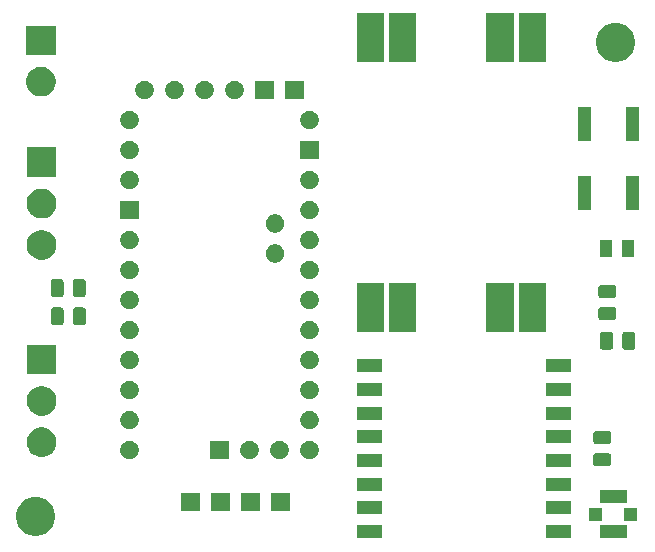
<source format=gts>
G04 #@! TF.GenerationSoftware,KiCad,Pcbnew,5.1.4-e60b266~84~ubuntu18.04.1*
G04 #@! TF.CreationDate,2019-11-10T18:42:59+01:00*
G04 #@! TF.ProjectId,LoRaModule,4c6f5261-4d6f-4647-956c-652e6b696361,rev?*
G04 #@! TF.SameCoordinates,Original*
G04 #@! TF.FileFunction,Soldermask,Top*
G04 #@! TF.FilePolarity,Negative*
%FSLAX46Y46*%
G04 Gerber Fmt 4.6, Leading zero omitted, Abs format (unit mm)*
G04 Created by KiCad (PCBNEW 5.1.4-e60b266~84~ubuntu18.04.1) date 2019-11-10 18:42:59*
%MOMM*%
%LPD*%
G04 APERTURE LIST*
%ADD10C,0.100000*%
G04 APERTURE END LIST*
D10*
G36*
X139517500Y-74441000D02*
G01*
X137215500Y-74441000D01*
X137215500Y-73289000D01*
X139517500Y-73289000D01*
X139517500Y-74441000D01*
X139517500Y-74441000D01*
G37*
G36*
X134781000Y-74403800D02*
G01*
X132679000Y-74403800D01*
X132679000Y-73301800D01*
X134781000Y-73301800D01*
X134781000Y-74403800D01*
X134781000Y-74403800D01*
G37*
G36*
X118781000Y-74403800D02*
G01*
X116679000Y-74403800D01*
X116679000Y-73301800D01*
X118781000Y-73301800D01*
X118781000Y-74403800D01*
X118781000Y-74403800D01*
G37*
G36*
X89846756Y-70971798D02*
G01*
X89953079Y-70992947D01*
X90253542Y-71117403D01*
X90523951Y-71298085D01*
X90753915Y-71528049D01*
X90753916Y-71528051D01*
X90934598Y-71798460D01*
X91059053Y-72098922D01*
X91119698Y-72403800D01*
X91122500Y-72417891D01*
X91122500Y-72743109D01*
X91059053Y-73062079D01*
X90934597Y-73362542D01*
X90753915Y-73632951D01*
X90523951Y-73862915D01*
X90253542Y-74043597D01*
X89953079Y-74168053D01*
X89846756Y-74189202D01*
X89634111Y-74231500D01*
X89308889Y-74231500D01*
X89096244Y-74189202D01*
X88989921Y-74168053D01*
X88689458Y-74043597D01*
X88419049Y-73862915D01*
X88189085Y-73632951D01*
X88008403Y-73362542D01*
X87883947Y-73062079D01*
X87820500Y-72743109D01*
X87820500Y-72417891D01*
X87823303Y-72403800D01*
X87883947Y-72098922D01*
X88008402Y-71798460D01*
X88189084Y-71528051D01*
X88189085Y-71528049D01*
X88419049Y-71298085D01*
X88689458Y-71117403D01*
X88989921Y-70992947D01*
X89096244Y-70971798D01*
X89308889Y-70929500D01*
X89634111Y-70929500D01*
X89846756Y-70971798D01*
X89846756Y-70971798D01*
G37*
G36*
X140417500Y-72941000D02*
G01*
X139315500Y-72941000D01*
X139315500Y-71839000D01*
X140417500Y-71839000D01*
X140417500Y-72941000D01*
X140417500Y-72941000D01*
G37*
G36*
X137417500Y-72941000D02*
G01*
X136315500Y-72941000D01*
X136315500Y-71839000D01*
X137417500Y-71839000D01*
X137417500Y-72941000D01*
X137417500Y-72941000D01*
G37*
G36*
X134781000Y-72403800D02*
G01*
X132679000Y-72403800D01*
X132679000Y-71301800D01*
X134781000Y-71301800D01*
X134781000Y-72403800D01*
X134781000Y-72403800D01*
G37*
G36*
X118781000Y-72403800D02*
G01*
X116679000Y-72403800D01*
X116679000Y-71301800D01*
X118781000Y-71301800D01*
X118781000Y-72403800D01*
X118781000Y-72403800D01*
G37*
G36*
X110986200Y-72175000D02*
G01*
X109384200Y-72175000D01*
X109384200Y-70573000D01*
X110986200Y-70573000D01*
X110986200Y-72175000D01*
X110986200Y-72175000D01*
G37*
G36*
X108471600Y-72175000D02*
G01*
X106869600Y-72175000D01*
X106869600Y-70573000D01*
X108471600Y-70573000D01*
X108471600Y-72175000D01*
X108471600Y-72175000D01*
G37*
G36*
X103391600Y-72175000D02*
G01*
X101789600Y-72175000D01*
X101789600Y-70573000D01*
X103391600Y-70573000D01*
X103391600Y-72175000D01*
X103391600Y-72175000D01*
G37*
G36*
X105931600Y-72175000D02*
G01*
X104329600Y-72175000D01*
X104329600Y-70573000D01*
X105931600Y-70573000D01*
X105931600Y-72175000D01*
X105931600Y-72175000D01*
G37*
G36*
X139517500Y-71491000D02*
G01*
X137215500Y-71491000D01*
X137215500Y-70339000D01*
X139517500Y-70339000D01*
X139517500Y-71491000D01*
X139517500Y-71491000D01*
G37*
G36*
X134781000Y-70403800D02*
G01*
X132679000Y-70403800D01*
X132679000Y-69301800D01*
X134781000Y-69301800D01*
X134781000Y-70403800D01*
X134781000Y-70403800D01*
G37*
G36*
X118781000Y-70403800D02*
G01*
X116679000Y-70403800D01*
X116679000Y-69301800D01*
X118781000Y-69301800D01*
X118781000Y-70403800D01*
X118781000Y-70403800D01*
G37*
G36*
X134781000Y-68403800D02*
G01*
X132679000Y-68403800D01*
X132679000Y-67301800D01*
X134781000Y-67301800D01*
X134781000Y-68403800D01*
X134781000Y-68403800D01*
G37*
G36*
X118781000Y-68403800D02*
G01*
X116679000Y-68403800D01*
X116679000Y-67301800D01*
X118781000Y-67301800D01*
X118781000Y-68403800D01*
X118781000Y-68403800D01*
G37*
G36*
X138023868Y-67256365D02*
G01*
X138062538Y-67268096D01*
X138098177Y-67287146D01*
X138129417Y-67312783D01*
X138155054Y-67344023D01*
X138174104Y-67379662D01*
X138185835Y-67418332D01*
X138190400Y-67464688D01*
X138190400Y-68115912D01*
X138185835Y-68162268D01*
X138174104Y-68200938D01*
X138155054Y-68236577D01*
X138129417Y-68267817D01*
X138098177Y-68293454D01*
X138062538Y-68312504D01*
X138023868Y-68324235D01*
X137977512Y-68328800D01*
X136901288Y-68328800D01*
X136854932Y-68324235D01*
X136816262Y-68312504D01*
X136780623Y-68293454D01*
X136749383Y-68267817D01*
X136723746Y-68236577D01*
X136704696Y-68200938D01*
X136692965Y-68162268D01*
X136688400Y-68115912D01*
X136688400Y-67464688D01*
X136692965Y-67418332D01*
X136704696Y-67379662D01*
X136723746Y-67344023D01*
X136749383Y-67312783D01*
X136780623Y-67287146D01*
X136816262Y-67268096D01*
X136854932Y-67256365D01*
X136901288Y-67251800D01*
X137977512Y-67251800D01*
X138023868Y-67256365D01*
X138023868Y-67256365D01*
G37*
G36*
X107798048Y-66213620D02*
G01*
X107798050Y-66213621D01*
X107798051Y-66213621D01*
X107939274Y-66272117D01*
X107939277Y-66272119D01*
X108066369Y-66357039D01*
X108174461Y-66465131D01*
X108259381Y-66592223D01*
X108259383Y-66592226D01*
X108317879Y-66733449D01*
X108317880Y-66733452D01*
X108347700Y-66883369D01*
X108347700Y-67036231D01*
X108335222Y-67098964D01*
X108317879Y-67186151D01*
X108259383Y-67327374D01*
X108259381Y-67327377D01*
X108174461Y-67454469D01*
X108066369Y-67562561D01*
X107939277Y-67647481D01*
X107939274Y-67647483D01*
X107798051Y-67705979D01*
X107798050Y-67705979D01*
X107798048Y-67705980D01*
X107648131Y-67735800D01*
X107495269Y-67735800D01*
X107345352Y-67705980D01*
X107345350Y-67705979D01*
X107345349Y-67705979D01*
X107204126Y-67647483D01*
X107204123Y-67647481D01*
X107077031Y-67562561D01*
X106968939Y-67454469D01*
X106884019Y-67327377D01*
X106884017Y-67327374D01*
X106825521Y-67186151D01*
X106808179Y-67098964D01*
X106795700Y-67036231D01*
X106795700Y-66883369D01*
X106825520Y-66733452D01*
X106825521Y-66733449D01*
X106884017Y-66592226D01*
X106884019Y-66592223D01*
X106968939Y-66465131D01*
X107077031Y-66357039D01*
X107204123Y-66272119D01*
X107204126Y-66272117D01*
X107345349Y-66213621D01*
X107345350Y-66213621D01*
X107345352Y-66213620D01*
X107495269Y-66183800D01*
X107648131Y-66183800D01*
X107798048Y-66213620D01*
X107798048Y-66213620D01*
G37*
G36*
X110338048Y-66213620D02*
G01*
X110338050Y-66213621D01*
X110338051Y-66213621D01*
X110479274Y-66272117D01*
X110479277Y-66272119D01*
X110606369Y-66357039D01*
X110714461Y-66465131D01*
X110799381Y-66592223D01*
X110799383Y-66592226D01*
X110857879Y-66733449D01*
X110857880Y-66733452D01*
X110887700Y-66883369D01*
X110887700Y-67036231D01*
X110875222Y-67098964D01*
X110857879Y-67186151D01*
X110799383Y-67327374D01*
X110799381Y-67327377D01*
X110714461Y-67454469D01*
X110606369Y-67562561D01*
X110479277Y-67647481D01*
X110479274Y-67647483D01*
X110338051Y-67705979D01*
X110338050Y-67705979D01*
X110338048Y-67705980D01*
X110188131Y-67735800D01*
X110035269Y-67735800D01*
X109885352Y-67705980D01*
X109885350Y-67705979D01*
X109885349Y-67705979D01*
X109744126Y-67647483D01*
X109744123Y-67647481D01*
X109617031Y-67562561D01*
X109508939Y-67454469D01*
X109424019Y-67327377D01*
X109424017Y-67327374D01*
X109365521Y-67186151D01*
X109348179Y-67098964D01*
X109335700Y-67036231D01*
X109335700Y-66883369D01*
X109365520Y-66733452D01*
X109365521Y-66733449D01*
X109424017Y-66592226D01*
X109424019Y-66592223D01*
X109508939Y-66465131D01*
X109617031Y-66357039D01*
X109744123Y-66272119D01*
X109744126Y-66272117D01*
X109885349Y-66213621D01*
X109885350Y-66213621D01*
X109885352Y-66213620D01*
X110035269Y-66183800D01*
X110188131Y-66183800D01*
X110338048Y-66213620D01*
X110338048Y-66213620D01*
G37*
G36*
X112878048Y-66213620D02*
G01*
X112878050Y-66213621D01*
X112878051Y-66213621D01*
X113019274Y-66272117D01*
X113019277Y-66272119D01*
X113146369Y-66357039D01*
X113254461Y-66465131D01*
X113339381Y-66592223D01*
X113339383Y-66592226D01*
X113397879Y-66733449D01*
X113397880Y-66733452D01*
X113427700Y-66883369D01*
X113427700Y-67036231D01*
X113415222Y-67098964D01*
X113397879Y-67186151D01*
X113339383Y-67327374D01*
X113339381Y-67327377D01*
X113254461Y-67454469D01*
X113146369Y-67562561D01*
X113019277Y-67647481D01*
X113019274Y-67647483D01*
X112878051Y-67705979D01*
X112878050Y-67705979D01*
X112878048Y-67705980D01*
X112728131Y-67735800D01*
X112575269Y-67735800D01*
X112425352Y-67705980D01*
X112425350Y-67705979D01*
X112425349Y-67705979D01*
X112284126Y-67647483D01*
X112284123Y-67647481D01*
X112157031Y-67562561D01*
X112048939Y-67454469D01*
X111964019Y-67327377D01*
X111964017Y-67327374D01*
X111905521Y-67186151D01*
X111888179Y-67098964D01*
X111875700Y-67036231D01*
X111875700Y-66883369D01*
X111905520Y-66733452D01*
X111905521Y-66733449D01*
X111964017Y-66592226D01*
X111964019Y-66592223D01*
X112048939Y-66465131D01*
X112157031Y-66357039D01*
X112284123Y-66272119D01*
X112284126Y-66272117D01*
X112425349Y-66213621D01*
X112425350Y-66213621D01*
X112425352Y-66213620D01*
X112575269Y-66183800D01*
X112728131Y-66183800D01*
X112878048Y-66213620D01*
X112878048Y-66213620D01*
G37*
G36*
X97638048Y-66213620D02*
G01*
X97638050Y-66213621D01*
X97638051Y-66213621D01*
X97779274Y-66272117D01*
X97779277Y-66272119D01*
X97906369Y-66357039D01*
X98014461Y-66465131D01*
X98099381Y-66592223D01*
X98099383Y-66592226D01*
X98157879Y-66733449D01*
X98157880Y-66733452D01*
X98187700Y-66883369D01*
X98187700Y-67036231D01*
X98175222Y-67098964D01*
X98157879Y-67186151D01*
X98099383Y-67327374D01*
X98099381Y-67327377D01*
X98014461Y-67454469D01*
X97906369Y-67562561D01*
X97779277Y-67647481D01*
X97779274Y-67647483D01*
X97638051Y-67705979D01*
X97638050Y-67705979D01*
X97638048Y-67705980D01*
X97488131Y-67735800D01*
X97335269Y-67735800D01*
X97185352Y-67705980D01*
X97185350Y-67705979D01*
X97185349Y-67705979D01*
X97044126Y-67647483D01*
X97044123Y-67647481D01*
X96917031Y-67562561D01*
X96808939Y-67454469D01*
X96724019Y-67327377D01*
X96724017Y-67327374D01*
X96665521Y-67186151D01*
X96648179Y-67098964D01*
X96635700Y-67036231D01*
X96635700Y-66883369D01*
X96665520Y-66733452D01*
X96665521Y-66733449D01*
X96724017Y-66592226D01*
X96724019Y-66592223D01*
X96808939Y-66465131D01*
X96917031Y-66357039D01*
X97044123Y-66272119D01*
X97044126Y-66272117D01*
X97185349Y-66213621D01*
X97185350Y-66213621D01*
X97185352Y-66213620D01*
X97335269Y-66183800D01*
X97488131Y-66183800D01*
X97638048Y-66213620D01*
X97638048Y-66213620D01*
G37*
G36*
X105807700Y-67735800D02*
G01*
X104255700Y-67735800D01*
X104255700Y-66183800D01*
X105807700Y-66183800D01*
X105807700Y-67735800D01*
X105807700Y-67735800D01*
G37*
G36*
X90344403Y-65098575D02*
G01*
X90507134Y-65165980D01*
X90572071Y-65192878D01*
X90776966Y-65329785D01*
X90951215Y-65504034D01*
X90977259Y-65543012D01*
X91088123Y-65708931D01*
X91182425Y-65936597D01*
X91230500Y-66178286D01*
X91230500Y-66424714D01*
X91197180Y-66592223D01*
X91182425Y-66666403D01*
X91088122Y-66894071D01*
X90951215Y-67098966D01*
X90776966Y-67273215D01*
X90572071Y-67410122D01*
X90572070Y-67410123D01*
X90572069Y-67410123D01*
X90344403Y-67504425D01*
X90102714Y-67552500D01*
X89856286Y-67552500D01*
X89614597Y-67504425D01*
X89386931Y-67410123D01*
X89386930Y-67410123D01*
X89386929Y-67410122D01*
X89182034Y-67273215D01*
X89007785Y-67098966D01*
X88870878Y-66894071D01*
X88776575Y-66666403D01*
X88761820Y-66592223D01*
X88728500Y-66424714D01*
X88728500Y-66178286D01*
X88776575Y-65936597D01*
X88870877Y-65708931D01*
X88981741Y-65543012D01*
X89007785Y-65504034D01*
X89182034Y-65329785D01*
X89386929Y-65192878D01*
X89451867Y-65165980D01*
X89614597Y-65098575D01*
X89856286Y-65050500D01*
X90102714Y-65050500D01*
X90344403Y-65098575D01*
X90344403Y-65098575D01*
G37*
G36*
X138023868Y-65381365D02*
G01*
X138062538Y-65393096D01*
X138098177Y-65412146D01*
X138129417Y-65437783D01*
X138155054Y-65469023D01*
X138174104Y-65504662D01*
X138185835Y-65543332D01*
X138190400Y-65589688D01*
X138190400Y-66240912D01*
X138185835Y-66287268D01*
X138174104Y-66325938D01*
X138155054Y-66361577D01*
X138129417Y-66392817D01*
X138098177Y-66418454D01*
X138062538Y-66437504D01*
X138023868Y-66449235D01*
X137977512Y-66453800D01*
X136901288Y-66453800D01*
X136854932Y-66449235D01*
X136816262Y-66437504D01*
X136780623Y-66418454D01*
X136749383Y-66392817D01*
X136723746Y-66361577D01*
X136704696Y-66325938D01*
X136692965Y-66287268D01*
X136688400Y-66240912D01*
X136688400Y-65589688D01*
X136692965Y-65543332D01*
X136704696Y-65504662D01*
X136723746Y-65469023D01*
X136749383Y-65437783D01*
X136780623Y-65412146D01*
X136816262Y-65393096D01*
X136854932Y-65381365D01*
X136901288Y-65376800D01*
X137977512Y-65376800D01*
X138023868Y-65381365D01*
X138023868Y-65381365D01*
G37*
G36*
X118781000Y-66403800D02*
G01*
X116679000Y-66403800D01*
X116679000Y-65301800D01*
X118781000Y-65301800D01*
X118781000Y-66403800D01*
X118781000Y-66403800D01*
G37*
G36*
X134781000Y-66403800D02*
G01*
X132679000Y-66403800D01*
X132679000Y-65301800D01*
X134781000Y-65301800D01*
X134781000Y-66403800D01*
X134781000Y-66403800D01*
G37*
G36*
X97638048Y-63673620D02*
G01*
X97638050Y-63673621D01*
X97638051Y-63673621D01*
X97779274Y-63732117D01*
X97779277Y-63732119D01*
X97906369Y-63817039D01*
X98014461Y-63925131D01*
X98067443Y-64004425D01*
X98099383Y-64052226D01*
X98157879Y-64193449D01*
X98187700Y-64343371D01*
X98187700Y-64496229D01*
X98157879Y-64646151D01*
X98099383Y-64787374D01*
X98099381Y-64787377D01*
X98014461Y-64914469D01*
X97906369Y-65022561D01*
X97864555Y-65050500D01*
X97779274Y-65107483D01*
X97638051Y-65165979D01*
X97638050Y-65165979D01*
X97638048Y-65165980D01*
X97488131Y-65195800D01*
X97335269Y-65195800D01*
X97185352Y-65165980D01*
X97185350Y-65165979D01*
X97185349Y-65165979D01*
X97044126Y-65107483D01*
X96958845Y-65050500D01*
X96917031Y-65022561D01*
X96808939Y-64914469D01*
X96724019Y-64787377D01*
X96724017Y-64787374D01*
X96665521Y-64646151D01*
X96635700Y-64496229D01*
X96635700Y-64343371D01*
X96665521Y-64193449D01*
X96724017Y-64052226D01*
X96755957Y-64004425D01*
X96808939Y-63925131D01*
X96917031Y-63817039D01*
X97044123Y-63732119D01*
X97044126Y-63732117D01*
X97185349Y-63673621D01*
X97185350Y-63673621D01*
X97185352Y-63673620D01*
X97335269Y-63643800D01*
X97488131Y-63643800D01*
X97638048Y-63673620D01*
X97638048Y-63673620D01*
G37*
G36*
X112878048Y-63673620D02*
G01*
X112878050Y-63673621D01*
X112878051Y-63673621D01*
X113019274Y-63732117D01*
X113019277Y-63732119D01*
X113146369Y-63817039D01*
X113254461Y-63925131D01*
X113307443Y-64004425D01*
X113339383Y-64052226D01*
X113397879Y-64193449D01*
X113427700Y-64343371D01*
X113427700Y-64496229D01*
X113397879Y-64646151D01*
X113339383Y-64787374D01*
X113339381Y-64787377D01*
X113254461Y-64914469D01*
X113146369Y-65022561D01*
X113104555Y-65050500D01*
X113019274Y-65107483D01*
X112878051Y-65165979D01*
X112878050Y-65165979D01*
X112878048Y-65165980D01*
X112728131Y-65195800D01*
X112575269Y-65195800D01*
X112425352Y-65165980D01*
X112425350Y-65165979D01*
X112425349Y-65165979D01*
X112284126Y-65107483D01*
X112198845Y-65050500D01*
X112157031Y-65022561D01*
X112048939Y-64914469D01*
X111964019Y-64787377D01*
X111964017Y-64787374D01*
X111905521Y-64646151D01*
X111875700Y-64496229D01*
X111875700Y-64343371D01*
X111905521Y-64193449D01*
X111964017Y-64052226D01*
X111995957Y-64004425D01*
X112048939Y-63925131D01*
X112157031Y-63817039D01*
X112284123Y-63732119D01*
X112284126Y-63732117D01*
X112425349Y-63673621D01*
X112425350Y-63673621D01*
X112425352Y-63673620D01*
X112575269Y-63643800D01*
X112728131Y-63643800D01*
X112878048Y-63673620D01*
X112878048Y-63673620D01*
G37*
G36*
X134781000Y-64403800D02*
G01*
X132679000Y-64403800D01*
X132679000Y-63301800D01*
X134781000Y-63301800D01*
X134781000Y-64403800D01*
X134781000Y-64403800D01*
G37*
G36*
X118781000Y-64403800D02*
G01*
X116679000Y-64403800D01*
X116679000Y-63301800D01*
X118781000Y-63301800D01*
X118781000Y-64403800D01*
X118781000Y-64403800D01*
G37*
G36*
X90344403Y-61598575D02*
G01*
X90572071Y-61692878D01*
X90776966Y-61829785D01*
X90951215Y-62004034D01*
X91088122Y-62208929D01*
X91088123Y-62208931D01*
X91104048Y-62247377D01*
X91182425Y-62436597D01*
X91230500Y-62678287D01*
X91230500Y-62924713D01*
X91182425Y-63166403D01*
X91088122Y-63394071D01*
X90951215Y-63598966D01*
X90776966Y-63773215D01*
X90572071Y-63910122D01*
X90572070Y-63910123D01*
X90572069Y-63910123D01*
X90344403Y-64004425D01*
X90102714Y-64052500D01*
X89856286Y-64052500D01*
X89614597Y-64004425D01*
X89386931Y-63910123D01*
X89386930Y-63910123D01*
X89386929Y-63910122D01*
X89182034Y-63773215D01*
X89007785Y-63598966D01*
X88870878Y-63394071D01*
X88776575Y-63166403D01*
X88728500Y-62924713D01*
X88728500Y-62678287D01*
X88776575Y-62436597D01*
X88854952Y-62247377D01*
X88870877Y-62208931D01*
X88870878Y-62208929D01*
X89007785Y-62004034D01*
X89182034Y-61829785D01*
X89386929Y-61692878D01*
X89614597Y-61598575D01*
X89856286Y-61550500D01*
X90102714Y-61550500D01*
X90344403Y-61598575D01*
X90344403Y-61598575D01*
G37*
G36*
X112878048Y-61133620D02*
G01*
X112878050Y-61133621D01*
X112878051Y-61133621D01*
X113019274Y-61192117D01*
X113019277Y-61192119D01*
X113146369Y-61277039D01*
X113254461Y-61385131D01*
X113339381Y-61512223D01*
X113339383Y-61512226D01*
X113397879Y-61653449D01*
X113397880Y-61653452D01*
X113427700Y-61803369D01*
X113427700Y-61956231D01*
X113418192Y-62004034D01*
X113397879Y-62106151D01*
X113339383Y-62247374D01*
X113339381Y-62247377D01*
X113254461Y-62374469D01*
X113146369Y-62482561D01*
X113019277Y-62567481D01*
X113019274Y-62567483D01*
X112878051Y-62625979D01*
X112878050Y-62625979D01*
X112878048Y-62625980D01*
X112728131Y-62655800D01*
X112575269Y-62655800D01*
X112425352Y-62625980D01*
X112425350Y-62625979D01*
X112425349Y-62625979D01*
X112284126Y-62567483D01*
X112284123Y-62567481D01*
X112157031Y-62482561D01*
X112048939Y-62374469D01*
X111964019Y-62247377D01*
X111964017Y-62247374D01*
X111905521Y-62106151D01*
X111885209Y-62004034D01*
X111875700Y-61956231D01*
X111875700Y-61803369D01*
X111905520Y-61653452D01*
X111905521Y-61653449D01*
X111964017Y-61512226D01*
X111964019Y-61512223D01*
X112048939Y-61385131D01*
X112157031Y-61277039D01*
X112284123Y-61192119D01*
X112284126Y-61192117D01*
X112425349Y-61133621D01*
X112425350Y-61133621D01*
X112425352Y-61133620D01*
X112575269Y-61103800D01*
X112728131Y-61103800D01*
X112878048Y-61133620D01*
X112878048Y-61133620D01*
G37*
G36*
X97638048Y-61133620D02*
G01*
X97638050Y-61133621D01*
X97638051Y-61133621D01*
X97779274Y-61192117D01*
X97779277Y-61192119D01*
X97906369Y-61277039D01*
X98014461Y-61385131D01*
X98099381Y-61512223D01*
X98099383Y-61512226D01*
X98157879Y-61653449D01*
X98157880Y-61653452D01*
X98187700Y-61803369D01*
X98187700Y-61956231D01*
X98178192Y-62004034D01*
X98157879Y-62106151D01*
X98099383Y-62247374D01*
X98099381Y-62247377D01*
X98014461Y-62374469D01*
X97906369Y-62482561D01*
X97779277Y-62567481D01*
X97779274Y-62567483D01*
X97638051Y-62625979D01*
X97638050Y-62625979D01*
X97638048Y-62625980D01*
X97488131Y-62655800D01*
X97335269Y-62655800D01*
X97185352Y-62625980D01*
X97185350Y-62625979D01*
X97185349Y-62625979D01*
X97044126Y-62567483D01*
X97044123Y-62567481D01*
X96917031Y-62482561D01*
X96808939Y-62374469D01*
X96724019Y-62247377D01*
X96724017Y-62247374D01*
X96665521Y-62106151D01*
X96645209Y-62004034D01*
X96635700Y-61956231D01*
X96635700Y-61803369D01*
X96665520Y-61653452D01*
X96665521Y-61653449D01*
X96724017Y-61512226D01*
X96724019Y-61512223D01*
X96808939Y-61385131D01*
X96917031Y-61277039D01*
X97044123Y-61192119D01*
X97044126Y-61192117D01*
X97185349Y-61133621D01*
X97185350Y-61133621D01*
X97185352Y-61133620D01*
X97335269Y-61103800D01*
X97488131Y-61103800D01*
X97638048Y-61133620D01*
X97638048Y-61133620D01*
G37*
G36*
X134781000Y-62403800D02*
G01*
X132679000Y-62403800D01*
X132679000Y-61301800D01*
X134781000Y-61301800D01*
X134781000Y-62403800D01*
X134781000Y-62403800D01*
G37*
G36*
X118781000Y-62403800D02*
G01*
X116679000Y-62403800D01*
X116679000Y-61301800D01*
X118781000Y-61301800D01*
X118781000Y-62403800D01*
X118781000Y-62403800D01*
G37*
G36*
X91230500Y-60552500D02*
G01*
X88728500Y-60552500D01*
X88728500Y-58050500D01*
X91230500Y-58050500D01*
X91230500Y-60552500D01*
X91230500Y-60552500D01*
G37*
G36*
X134781000Y-60403800D02*
G01*
X132679000Y-60403800D01*
X132679000Y-59301800D01*
X134781000Y-59301800D01*
X134781000Y-60403800D01*
X134781000Y-60403800D01*
G37*
G36*
X118781000Y-60403800D02*
G01*
X116679000Y-60403800D01*
X116679000Y-59301800D01*
X118781000Y-59301800D01*
X118781000Y-60403800D01*
X118781000Y-60403800D01*
G37*
G36*
X112878048Y-58593620D02*
G01*
X112878050Y-58593621D01*
X112878051Y-58593621D01*
X113019274Y-58652117D01*
X113019277Y-58652119D01*
X113146369Y-58737039D01*
X113254461Y-58845131D01*
X113339381Y-58972223D01*
X113339383Y-58972226D01*
X113397879Y-59113449D01*
X113427700Y-59263371D01*
X113427700Y-59416229D01*
X113397879Y-59566151D01*
X113339383Y-59707374D01*
X113339381Y-59707377D01*
X113254461Y-59834469D01*
X113146369Y-59942561D01*
X113019277Y-60027481D01*
X113019274Y-60027483D01*
X112878051Y-60085979D01*
X112878050Y-60085979D01*
X112878048Y-60085980D01*
X112728131Y-60115800D01*
X112575269Y-60115800D01*
X112425352Y-60085980D01*
X112425350Y-60085979D01*
X112425349Y-60085979D01*
X112284126Y-60027483D01*
X112284123Y-60027481D01*
X112157031Y-59942561D01*
X112048939Y-59834469D01*
X111964019Y-59707377D01*
X111964017Y-59707374D01*
X111905521Y-59566151D01*
X111875700Y-59416229D01*
X111875700Y-59263371D01*
X111905521Y-59113449D01*
X111964017Y-58972226D01*
X111964019Y-58972223D01*
X112048939Y-58845131D01*
X112157031Y-58737039D01*
X112284123Y-58652119D01*
X112284126Y-58652117D01*
X112425349Y-58593621D01*
X112425350Y-58593621D01*
X112425352Y-58593620D01*
X112575269Y-58563800D01*
X112728131Y-58563800D01*
X112878048Y-58593620D01*
X112878048Y-58593620D01*
G37*
G36*
X97638048Y-58593620D02*
G01*
X97638050Y-58593621D01*
X97638051Y-58593621D01*
X97779274Y-58652117D01*
X97779277Y-58652119D01*
X97906369Y-58737039D01*
X98014461Y-58845131D01*
X98099381Y-58972223D01*
X98099383Y-58972226D01*
X98157879Y-59113449D01*
X98187700Y-59263371D01*
X98187700Y-59416229D01*
X98157879Y-59566151D01*
X98099383Y-59707374D01*
X98099381Y-59707377D01*
X98014461Y-59834469D01*
X97906369Y-59942561D01*
X97779277Y-60027481D01*
X97779274Y-60027483D01*
X97638051Y-60085979D01*
X97638050Y-60085979D01*
X97638048Y-60085980D01*
X97488131Y-60115800D01*
X97335269Y-60115800D01*
X97185352Y-60085980D01*
X97185350Y-60085979D01*
X97185349Y-60085979D01*
X97044126Y-60027483D01*
X97044123Y-60027481D01*
X96917031Y-59942561D01*
X96808939Y-59834469D01*
X96724019Y-59707377D01*
X96724017Y-59707374D01*
X96665521Y-59566151D01*
X96635700Y-59416229D01*
X96635700Y-59263371D01*
X96665521Y-59113449D01*
X96724017Y-58972226D01*
X96724019Y-58972223D01*
X96808939Y-58845131D01*
X96917031Y-58737039D01*
X97044123Y-58652119D01*
X97044126Y-58652117D01*
X97185349Y-58593621D01*
X97185350Y-58593621D01*
X97185352Y-58593620D01*
X97335269Y-58563800D01*
X97488131Y-58563800D01*
X97638048Y-58593620D01*
X97638048Y-58593620D01*
G37*
G36*
X140056968Y-56975065D02*
G01*
X140095638Y-56986796D01*
X140131277Y-57005846D01*
X140162517Y-57031483D01*
X140188154Y-57062723D01*
X140207204Y-57098362D01*
X140218935Y-57137032D01*
X140223500Y-57183388D01*
X140223500Y-58259612D01*
X140218935Y-58305968D01*
X140207204Y-58344638D01*
X140188154Y-58380277D01*
X140162517Y-58411517D01*
X140131277Y-58437154D01*
X140095638Y-58456204D01*
X140056968Y-58467935D01*
X140010612Y-58472500D01*
X139359388Y-58472500D01*
X139313032Y-58467935D01*
X139274362Y-58456204D01*
X139238723Y-58437154D01*
X139207483Y-58411517D01*
X139181846Y-58380277D01*
X139162796Y-58344638D01*
X139151065Y-58305968D01*
X139146500Y-58259612D01*
X139146500Y-57183388D01*
X139151065Y-57137032D01*
X139162796Y-57098362D01*
X139181846Y-57062723D01*
X139207483Y-57031483D01*
X139238723Y-57005846D01*
X139274362Y-56986796D01*
X139313032Y-56975065D01*
X139359388Y-56970500D01*
X140010612Y-56970500D01*
X140056968Y-56975065D01*
X140056968Y-56975065D01*
G37*
G36*
X138181968Y-56975065D02*
G01*
X138220638Y-56986796D01*
X138256277Y-57005846D01*
X138287517Y-57031483D01*
X138313154Y-57062723D01*
X138332204Y-57098362D01*
X138343935Y-57137032D01*
X138348500Y-57183388D01*
X138348500Y-58259612D01*
X138343935Y-58305968D01*
X138332204Y-58344638D01*
X138313154Y-58380277D01*
X138287517Y-58411517D01*
X138256277Y-58437154D01*
X138220638Y-58456204D01*
X138181968Y-58467935D01*
X138135612Y-58472500D01*
X137484388Y-58472500D01*
X137438032Y-58467935D01*
X137399362Y-58456204D01*
X137363723Y-58437154D01*
X137332483Y-58411517D01*
X137306846Y-58380277D01*
X137287796Y-58344638D01*
X137276065Y-58305968D01*
X137271500Y-58259612D01*
X137271500Y-57183388D01*
X137276065Y-57137032D01*
X137287796Y-57098362D01*
X137306846Y-57062723D01*
X137332483Y-57031483D01*
X137363723Y-57005846D01*
X137399362Y-56986796D01*
X137438032Y-56975065D01*
X137484388Y-56970500D01*
X138135612Y-56970500D01*
X138181968Y-56975065D01*
X138181968Y-56975065D01*
G37*
G36*
X112878048Y-56053620D02*
G01*
X112878050Y-56053621D01*
X112878051Y-56053621D01*
X113019274Y-56112117D01*
X113019277Y-56112119D01*
X113146369Y-56197039D01*
X113254461Y-56305131D01*
X113308565Y-56386104D01*
X113339383Y-56432226D01*
X113397879Y-56573449D01*
X113397880Y-56573452D01*
X113427700Y-56723369D01*
X113427700Y-56876231D01*
X113405708Y-56986796D01*
X113397879Y-57026151D01*
X113339383Y-57167374D01*
X113339381Y-57167377D01*
X113254461Y-57294469D01*
X113146369Y-57402561D01*
X113019277Y-57487481D01*
X113019274Y-57487483D01*
X112878051Y-57545979D01*
X112878050Y-57545979D01*
X112878048Y-57545980D01*
X112728131Y-57575800D01*
X112575269Y-57575800D01*
X112425352Y-57545980D01*
X112425350Y-57545979D01*
X112425349Y-57545979D01*
X112284126Y-57487483D01*
X112284123Y-57487481D01*
X112157031Y-57402561D01*
X112048939Y-57294469D01*
X111964019Y-57167377D01*
X111964017Y-57167374D01*
X111905521Y-57026151D01*
X111897693Y-56986796D01*
X111875700Y-56876231D01*
X111875700Y-56723369D01*
X111905520Y-56573452D01*
X111905521Y-56573449D01*
X111964017Y-56432226D01*
X111994835Y-56386104D01*
X112048939Y-56305131D01*
X112157031Y-56197039D01*
X112284123Y-56112119D01*
X112284126Y-56112117D01*
X112425349Y-56053621D01*
X112425350Y-56053621D01*
X112425352Y-56053620D01*
X112575269Y-56023800D01*
X112728131Y-56023800D01*
X112878048Y-56053620D01*
X112878048Y-56053620D01*
G37*
G36*
X97638048Y-56053620D02*
G01*
X97638050Y-56053621D01*
X97638051Y-56053621D01*
X97779274Y-56112117D01*
X97779277Y-56112119D01*
X97906369Y-56197039D01*
X98014461Y-56305131D01*
X98068565Y-56386104D01*
X98099383Y-56432226D01*
X98157879Y-56573449D01*
X98157880Y-56573452D01*
X98187700Y-56723369D01*
X98187700Y-56876231D01*
X98165708Y-56986796D01*
X98157879Y-57026151D01*
X98099383Y-57167374D01*
X98099381Y-57167377D01*
X98014461Y-57294469D01*
X97906369Y-57402561D01*
X97779277Y-57487481D01*
X97779274Y-57487483D01*
X97638051Y-57545979D01*
X97638050Y-57545979D01*
X97638048Y-57545980D01*
X97488131Y-57575800D01*
X97335269Y-57575800D01*
X97185352Y-57545980D01*
X97185350Y-57545979D01*
X97185349Y-57545979D01*
X97044126Y-57487483D01*
X97044123Y-57487481D01*
X96917031Y-57402561D01*
X96808939Y-57294469D01*
X96724019Y-57167377D01*
X96724017Y-57167374D01*
X96665521Y-57026151D01*
X96657693Y-56986796D01*
X96635700Y-56876231D01*
X96635700Y-56723369D01*
X96665520Y-56573452D01*
X96665521Y-56573449D01*
X96724017Y-56432226D01*
X96754835Y-56386104D01*
X96808939Y-56305131D01*
X96917031Y-56197039D01*
X97044123Y-56112119D01*
X97044126Y-56112117D01*
X97185349Y-56053621D01*
X97185350Y-56053621D01*
X97185352Y-56053620D01*
X97335269Y-56023800D01*
X97488131Y-56023800D01*
X97638048Y-56053620D01*
X97638048Y-56053620D01*
G37*
G36*
X129928600Y-56940400D02*
G01*
X127626600Y-56940400D01*
X127626600Y-52838400D01*
X129928600Y-52838400D01*
X129928600Y-56940400D01*
X129928600Y-56940400D01*
G37*
G36*
X121698600Y-56940400D02*
G01*
X119396600Y-56940400D01*
X119396600Y-52838400D01*
X121698600Y-52838400D01*
X121698600Y-56940400D01*
X121698600Y-56940400D01*
G37*
G36*
X132718600Y-56940400D02*
G01*
X130416600Y-56940400D01*
X130416600Y-52838400D01*
X132718600Y-52838400D01*
X132718600Y-56940400D01*
X132718600Y-56940400D01*
G37*
G36*
X118948600Y-56940400D02*
G01*
X116646600Y-56940400D01*
X116646600Y-52838400D01*
X118948600Y-52838400D01*
X118948600Y-56940400D01*
X118948600Y-56940400D01*
G37*
G36*
X93536868Y-54904965D02*
G01*
X93575538Y-54916696D01*
X93611177Y-54935746D01*
X93642417Y-54961383D01*
X93668054Y-54992623D01*
X93687104Y-55028262D01*
X93698835Y-55066932D01*
X93703400Y-55113288D01*
X93703400Y-56189512D01*
X93698835Y-56235868D01*
X93687104Y-56274538D01*
X93668054Y-56310177D01*
X93642417Y-56341417D01*
X93611177Y-56367054D01*
X93575538Y-56386104D01*
X93536868Y-56397835D01*
X93490512Y-56402400D01*
X92839288Y-56402400D01*
X92792932Y-56397835D01*
X92754262Y-56386104D01*
X92718623Y-56367054D01*
X92687383Y-56341417D01*
X92661746Y-56310177D01*
X92642696Y-56274538D01*
X92630965Y-56235868D01*
X92626400Y-56189512D01*
X92626400Y-55113288D01*
X92630965Y-55066932D01*
X92642696Y-55028262D01*
X92661746Y-54992623D01*
X92687383Y-54961383D01*
X92718623Y-54935746D01*
X92754262Y-54916696D01*
X92792932Y-54904965D01*
X92839288Y-54900400D01*
X93490512Y-54900400D01*
X93536868Y-54904965D01*
X93536868Y-54904965D01*
G37*
G36*
X91661868Y-54904965D02*
G01*
X91700538Y-54916696D01*
X91736177Y-54935746D01*
X91767417Y-54961383D01*
X91793054Y-54992623D01*
X91812104Y-55028262D01*
X91823835Y-55066932D01*
X91828400Y-55113288D01*
X91828400Y-56189512D01*
X91823835Y-56235868D01*
X91812104Y-56274538D01*
X91793054Y-56310177D01*
X91767417Y-56341417D01*
X91736177Y-56367054D01*
X91700538Y-56386104D01*
X91661868Y-56397835D01*
X91615512Y-56402400D01*
X90964288Y-56402400D01*
X90917932Y-56397835D01*
X90879262Y-56386104D01*
X90843623Y-56367054D01*
X90812383Y-56341417D01*
X90786746Y-56310177D01*
X90767696Y-56274538D01*
X90755965Y-56235868D01*
X90751400Y-56189512D01*
X90751400Y-55113288D01*
X90755965Y-55066932D01*
X90767696Y-55028262D01*
X90786746Y-54992623D01*
X90812383Y-54961383D01*
X90843623Y-54935746D01*
X90879262Y-54916696D01*
X90917932Y-54904965D01*
X90964288Y-54900400D01*
X91615512Y-54900400D01*
X91661868Y-54904965D01*
X91661868Y-54904965D01*
G37*
G36*
X138442968Y-54886565D02*
G01*
X138481638Y-54898296D01*
X138517277Y-54917346D01*
X138548517Y-54942983D01*
X138574154Y-54974223D01*
X138593204Y-55009862D01*
X138604935Y-55048532D01*
X138609500Y-55094888D01*
X138609500Y-55746112D01*
X138604935Y-55792468D01*
X138593204Y-55831138D01*
X138574154Y-55866777D01*
X138548517Y-55898017D01*
X138517277Y-55923654D01*
X138481638Y-55942704D01*
X138442968Y-55954435D01*
X138396612Y-55959000D01*
X137320388Y-55959000D01*
X137274032Y-55954435D01*
X137235362Y-55942704D01*
X137199723Y-55923654D01*
X137168483Y-55898017D01*
X137142846Y-55866777D01*
X137123796Y-55831138D01*
X137112065Y-55792468D01*
X137107500Y-55746112D01*
X137107500Y-55094888D01*
X137112065Y-55048532D01*
X137123796Y-55009862D01*
X137142846Y-54974223D01*
X137168483Y-54942983D01*
X137199723Y-54917346D01*
X137235362Y-54898296D01*
X137274032Y-54886565D01*
X137320388Y-54882000D01*
X138396612Y-54882000D01*
X138442968Y-54886565D01*
X138442968Y-54886565D01*
G37*
G36*
X112878048Y-53513620D02*
G01*
X112878050Y-53513621D01*
X112878051Y-53513621D01*
X113019274Y-53572117D01*
X113019277Y-53572119D01*
X113146369Y-53657039D01*
X113254461Y-53765131D01*
X113276475Y-53798078D01*
X113339383Y-53892226D01*
X113390154Y-54014800D01*
X113397880Y-54033452D01*
X113427700Y-54183369D01*
X113427700Y-54336229D01*
X113397879Y-54486151D01*
X113339383Y-54627374D01*
X113339381Y-54627377D01*
X113254461Y-54754469D01*
X113146369Y-54862561D01*
X113081995Y-54905574D01*
X113019274Y-54947483D01*
X112878051Y-55005979D01*
X112878050Y-55005979D01*
X112878048Y-55005980D01*
X112728131Y-55035800D01*
X112575269Y-55035800D01*
X112425352Y-55005980D01*
X112425350Y-55005979D01*
X112425349Y-55005979D01*
X112284126Y-54947483D01*
X112221405Y-54905574D01*
X112157031Y-54862561D01*
X112048939Y-54754469D01*
X111964019Y-54627377D01*
X111964017Y-54627374D01*
X111905521Y-54486151D01*
X111875700Y-54336229D01*
X111875700Y-54183369D01*
X111905520Y-54033452D01*
X111913246Y-54014800D01*
X111964017Y-53892226D01*
X112026925Y-53798078D01*
X112048939Y-53765131D01*
X112157031Y-53657039D01*
X112284123Y-53572119D01*
X112284126Y-53572117D01*
X112425349Y-53513621D01*
X112425350Y-53513621D01*
X112425352Y-53513620D01*
X112575269Y-53483800D01*
X112728131Y-53483800D01*
X112878048Y-53513620D01*
X112878048Y-53513620D01*
G37*
G36*
X97638048Y-53513620D02*
G01*
X97638050Y-53513621D01*
X97638051Y-53513621D01*
X97779274Y-53572117D01*
X97779277Y-53572119D01*
X97906369Y-53657039D01*
X98014461Y-53765131D01*
X98036475Y-53798078D01*
X98099383Y-53892226D01*
X98150154Y-54014800D01*
X98157880Y-54033452D01*
X98187700Y-54183369D01*
X98187700Y-54336229D01*
X98157879Y-54486151D01*
X98099383Y-54627374D01*
X98099381Y-54627377D01*
X98014461Y-54754469D01*
X97906369Y-54862561D01*
X97841995Y-54905574D01*
X97779274Y-54947483D01*
X97638051Y-55005979D01*
X97638050Y-55005979D01*
X97638048Y-55005980D01*
X97488131Y-55035800D01*
X97335269Y-55035800D01*
X97185352Y-55005980D01*
X97185350Y-55005979D01*
X97185349Y-55005979D01*
X97044126Y-54947483D01*
X96981405Y-54905574D01*
X96917031Y-54862561D01*
X96808939Y-54754469D01*
X96724019Y-54627377D01*
X96724017Y-54627374D01*
X96665521Y-54486151D01*
X96635700Y-54336229D01*
X96635700Y-54183369D01*
X96665520Y-54033452D01*
X96673246Y-54014800D01*
X96724017Y-53892226D01*
X96786925Y-53798078D01*
X96808939Y-53765131D01*
X96917031Y-53657039D01*
X97044123Y-53572119D01*
X97044126Y-53572117D01*
X97185349Y-53513621D01*
X97185350Y-53513621D01*
X97185352Y-53513620D01*
X97335269Y-53483800D01*
X97488131Y-53483800D01*
X97638048Y-53513620D01*
X97638048Y-53513620D01*
G37*
G36*
X138442968Y-53011565D02*
G01*
X138481638Y-53023296D01*
X138517277Y-53042346D01*
X138548517Y-53067983D01*
X138574154Y-53099223D01*
X138593204Y-53134862D01*
X138604935Y-53173532D01*
X138609500Y-53219888D01*
X138609500Y-53871112D01*
X138604935Y-53917468D01*
X138593204Y-53956138D01*
X138574154Y-53991777D01*
X138548517Y-54023017D01*
X138517277Y-54048654D01*
X138481638Y-54067704D01*
X138442968Y-54079435D01*
X138396612Y-54084000D01*
X137320388Y-54084000D01*
X137274032Y-54079435D01*
X137235362Y-54067704D01*
X137199723Y-54048654D01*
X137168483Y-54023017D01*
X137142846Y-53991777D01*
X137123796Y-53956138D01*
X137112065Y-53917468D01*
X137107500Y-53871112D01*
X137107500Y-53219888D01*
X137112065Y-53173532D01*
X137123796Y-53134862D01*
X137142846Y-53099223D01*
X137168483Y-53067983D01*
X137199723Y-53042346D01*
X137235362Y-53023296D01*
X137274032Y-53011565D01*
X137320388Y-53007000D01*
X138396612Y-53007000D01*
X138442968Y-53011565D01*
X138442968Y-53011565D01*
G37*
G36*
X91661868Y-52517365D02*
G01*
X91700538Y-52529096D01*
X91736177Y-52548146D01*
X91767417Y-52573783D01*
X91793054Y-52605023D01*
X91812104Y-52640662D01*
X91823835Y-52679332D01*
X91828400Y-52725688D01*
X91828400Y-53801912D01*
X91823835Y-53848268D01*
X91812104Y-53886938D01*
X91793054Y-53922577D01*
X91767417Y-53953817D01*
X91736177Y-53979454D01*
X91700538Y-53998504D01*
X91661868Y-54010235D01*
X91615512Y-54014800D01*
X90964288Y-54014800D01*
X90917932Y-54010235D01*
X90879262Y-53998504D01*
X90843623Y-53979454D01*
X90812383Y-53953817D01*
X90786746Y-53922577D01*
X90767696Y-53886938D01*
X90755965Y-53848268D01*
X90751400Y-53801912D01*
X90751400Y-52725688D01*
X90755965Y-52679332D01*
X90767696Y-52640662D01*
X90786746Y-52605023D01*
X90812383Y-52573783D01*
X90843623Y-52548146D01*
X90879262Y-52529096D01*
X90917932Y-52517365D01*
X90964288Y-52512800D01*
X91615512Y-52512800D01*
X91661868Y-52517365D01*
X91661868Y-52517365D01*
G37*
G36*
X93536868Y-52517365D02*
G01*
X93575538Y-52529096D01*
X93611177Y-52548146D01*
X93642417Y-52573783D01*
X93668054Y-52605023D01*
X93687104Y-52640662D01*
X93698835Y-52679332D01*
X93703400Y-52725688D01*
X93703400Y-53801912D01*
X93698835Y-53848268D01*
X93687104Y-53886938D01*
X93668054Y-53922577D01*
X93642417Y-53953817D01*
X93611177Y-53979454D01*
X93575538Y-53998504D01*
X93536868Y-54010235D01*
X93490512Y-54014800D01*
X92839288Y-54014800D01*
X92792932Y-54010235D01*
X92754262Y-53998504D01*
X92718623Y-53979454D01*
X92687383Y-53953817D01*
X92661746Y-53922577D01*
X92642696Y-53886938D01*
X92630965Y-53848268D01*
X92626400Y-53801912D01*
X92626400Y-52725688D01*
X92630965Y-52679332D01*
X92642696Y-52640662D01*
X92661746Y-52605023D01*
X92687383Y-52573783D01*
X92718623Y-52548146D01*
X92754262Y-52529096D01*
X92792932Y-52517365D01*
X92839288Y-52512800D01*
X93490512Y-52512800D01*
X93536868Y-52517365D01*
X93536868Y-52517365D01*
G37*
G36*
X97638048Y-50973620D02*
G01*
X97638050Y-50973621D01*
X97638051Y-50973621D01*
X97779274Y-51032117D01*
X97779277Y-51032119D01*
X97906369Y-51117039D01*
X98014461Y-51225131D01*
X98099381Y-51352223D01*
X98099383Y-51352226D01*
X98157879Y-51493449D01*
X98187700Y-51643371D01*
X98187700Y-51796229D01*
X98157879Y-51946151D01*
X98099383Y-52087374D01*
X98099381Y-52087377D01*
X98014461Y-52214469D01*
X97906369Y-52322561D01*
X97779277Y-52407481D01*
X97779274Y-52407483D01*
X97638051Y-52465979D01*
X97638050Y-52465979D01*
X97638048Y-52465980D01*
X97488131Y-52495800D01*
X97335269Y-52495800D01*
X97185352Y-52465980D01*
X97185350Y-52465979D01*
X97185349Y-52465979D01*
X97044126Y-52407483D01*
X97044123Y-52407481D01*
X96917031Y-52322561D01*
X96808939Y-52214469D01*
X96724019Y-52087377D01*
X96724017Y-52087374D01*
X96665521Y-51946151D01*
X96635700Y-51796229D01*
X96635700Y-51643371D01*
X96665521Y-51493449D01*
X96724017Y-51352226D01*
X96724019Y-51352223D01*
X96808939Y-51225131D01*
X96917031Y-51117039D01*
X97044123Y-51032119D01*
X97044126Y-51032117D01*
X97185349Y-50973621D01*
X97185350Y-50973621D01*
X97185352Y-50973620D01*
X97335269Y-50943800D01*
X97488131Y-50943800D01*
X97638048Y-50973620D01*
X97638048Y-50973620D01*
G37*
G36*
X112878048Y-50973620D02*
G01*
X112878050Y-50973621D01*
X112878051Y-50973621D01*
X113019274Y-51032117D01*
X113019277Y-51032119D01*
X113146369Y-51117039D01*
X113254461Y-51225131D01*
X113339381Y-51352223D01*
X113339383Y-51352226D01*
X113397879Y-51493449D01*
X113427700Y-51643371D01*
X113427700Y-51796229D01*
X113397879Y-51946151D01*
X113339383Y-52087374D01*
X113339381Y-52087377D01*
X113254461Y-52214469D01*
X113146369Y-52322561D01*
X113019277Y-52407481D01*
X113019274Y-52407483D01*
X112878051Y-52465979D01*
X112878050Y-52465979D01*
X112878048Y-52465980D01*
X112728131Y-52495800D01*
X112575269Y-52495800D01*
X112425352Y-52465980D01*
X112425350Y-52465979D01*
X112425349Y-52465979D01*
X112284126Y-52407483D01*
X112284123Y-52407481D01*
X112157031Y-52322561D01*
X112048939Y-52214469D01*
X111964019Y-52087377D01*
X111964017Y-52087374D01*
X111905521Y-51946151D01*
X111875700Y-51796229D01*
X111875700Y-51643371D01*
X111905521Y-51493449D01*
X111964017Y-51352226D01*
X111964019Y-51352223D01*
X112048939Y-51225131D01*
X112157031Y-51117039D01*
X112284123Y-51032119D01*
X112284126Y-51032117D01*
X112425349Y-50973621D01*
X112425350Y-50973621D01*
X112425352Y-50973620D01*
X112575269Y-50943800D01*
X112728131Y-50943800D01*
X112878048Y-50973620D01*
X112878048Y-50973620D01*
G37*
G36*
X109957048Y-49576620D02*
G01*
X109957050Y-49576621D01*
X109957051Y-49576621D01*
X110098274Y-49635117D01*
X110098277Y-49635119D01*
X110225369Y-49720039D01*
X110333461Y-49828131D01*
X110359755Y-49867483D01*
X110418383Y-49955226D01*
X110476879Y-50096449D01*
X110476880Y-50096452D01*
X110506700Y-50246369D01*
X110506700Y-50399231D01*
X110478235Y-50542337D01*
X110476879Y-50549151D01*
X110418383Y-50690374D01*
X110418381Y-50690377D01*
X110333461Y-50817469D01*
X110225369Y-50925561D01*
X110198072Y-50943800D01*
X110098274Y-51010483D01*
X109957051Y-51068979D01*
X109957050Y-51068979D01*
X109957048Y-51068980D01*
X109807131Y-51098800D01*
X109654269Y-51098800D01*
X109504352Y-51068980D01*
X109504350Y-51068979D01*
X109504349Y-51068979D01*
X109363126Y-51010483D01*
X109263328Y-50943800D01*
X109236031Y-50925561D01*
X109127939Y-50817469D01*
X109043019Y-50690377D01*
X109043017Y-50690374D01*
X108984521Y-50549151D01*
X108983166Y-50542337D01*
X108954700Y-50399231D01*
X108954700Y-50246369D01*
X108984520Y-50096452D01*
X108984521Y-50096449D01*
X109043017Y-49955226D01*
X109101645Y-49867483D01*
X109127939Y-49828131D01*
X109236031Y-49720039D01*
X109363123Y-49635119D01*
X109363126Y-49635117D01*
X109504349Y-49576621D01*
X109504350Y-49576621D01*
X109504352Y-49576620D01*
X109654269Y-49546800D01*
X109807131Y-49546800D01*
X109957048Y-49576620D01*
X109957048Y-49576620D01*
G37*
G36*
X90294923Y-48385559D02*
G01*
X90331703Y-48392875D01*
X90559371Y-48487178D01*
X90764266Y-48624085D01*
X90938515Y-48798334D01*
X90938516Y-48798336D01*
X91075423Y-49003231D01*
X91169725Y-49230897D01*
X91204585Y-49406148D01*
X91217800Y-49472587D01*
X91217800Y-49719013D01*
X91169725Y-49960703D01*
X91075422Y-50188371D01*
X90938515Y-50393266D01*
X90764266Y-50567515D01*
X90559371Y-50704422D01*
X90559370Y-50704423D01*
X90559369Y-50704423D01*
X90331703Y-50798725D01*
X90090014Y-50846800D01*
X89843586Y-50846800D01*
X89601897Y-50798725D01*
X89374231Y-50704423D01*
X89374230Y-50704423D01*
X89374229Y-50704422D01*
X89169334Y-50567515D01*
X88995085Y-50393266D01*
X88858178Y-50188371D01*
X88763875Y-49960703D01*
X88715800Y-49719013D01*
X88715800Y-49472587D01*
X88729016Y-49406148D01*
X88763875Y-49230897D01*
X88858177Y-49003231D01*
X88995084Y-48798336D01*
X88995085Y-48798334D01*
X89169334Y-48624085D01*
X89374229Y-48487178D01*
X89601897Y-48392875D01*
X89638677Y-48385559D01*
X89843586Y-48344800D01*
X90090014Y-48344800D01*
X90294923Y-48385559D01*
X90294923Y-48385559D01*
G37*
G36*
X139993468Y-49164565D02*
G01*
X140032138Y-49176296D01*
X140067777Y-49195346D01*
X140099017Y-49220983D01*
X140124654Y-49252223D01*
X140143704Y-49287862D01*
X140155435Y-49326532D01*
X140160000Y-49372888D01*
X140160000Y-50449112D01*
X140155435Y-50495468D01*
X140143704Y-50534138D01*
X140124654Y-50569777D01*
X140099017Y-50601017D01*
X140067777Y-50626654D01*
X140032138Y-50645704D01*
X139993468Y-50657435D01*
X139947112Y-50662000D01*
X139295888Y-50662000D01*
X139249532Y-50657435D01*
X139210862Y-50645704D01*
X139175223Y-50626654D01*
X139143983Y-50601017D01*
X139118346Y-50569777D01*
X139099296Y-50534138D01*
X139087565Y-50495468D01*
X139083000Y-50449112D01*
X139083000Y-49372888D01*
X139087565Y-49326532D01*
X139099296Y-49287862D01*
X139118346Y-49252223D01*
X139143983Y-49220983D01*
X139175223Y-49195346D01*
X139210862Y-49176296D01*
X139249532Y-49164565D01*
X139295888Y-49160000D01*
X139947112Y-49160000D01*
X139993468Y-49164565D01*
X139993468Y-49164565D01*
G37*
G36*
X138118468Y-49164565D02*
G01*
X138157138Y-49176296D01*
X138192777Y-49195346D01*
X138224017Y-49220983D01*
X138249654Y-49252223D01*
X138268704Y-49287862D01*
X138280435Y-49326532D01*
X138285000Y-49372888D01*
X138285000Y-50449112D01*
X138280435Y-50495468D01*
X138268704Y-50534138D01*
X138249654Y-50569777D01*
X138224017Y-50601017D01*
X138192777Y-50626654D01*
X138157138Y-50645704D01*
X138118468Y-50657435D01*
X138072112Y-50662000D01*
X137420888Y-50662000D01*
X137374532Y-50657435D01*
X137335862Y-50645704D01*
X137300223Y-50626654D01*
X137268983Y-50601017D01*
X137243346Y-50569777D01*
X137224296Y-50534138D01*
X137212565Y-50495468D01*
X137208000Y-50449112D01*
X137208000Y-49372888D01*
X137212565Y-49326532D01*
X137224296Y-49287862D01*
X137243346Y-49252223D01*
X137268983Y-49220983D01*
X137300223Y-49195346D01*
X137335862Y-49176296D01*
X137374532Y-49164565D01*
X137420888Y-49160000D01*
X138072112Y-49160000D01*
X138118468Y-49164565D01*
X138118468Y-49164565D01*
G37*
G36*
X112878048Y-48433620D02*
G01*
X112878050Y-48433621D01*
X112878051Y-48433621D01*
X113019274Y-48492117D01*
X113019277Y-48492119D01*
X113146369Y-48577039D01*
X113254461Y-48685131D01*
X113330101Y-48798334D01*
X113339383Y-48812226D01*
X113397879Y-48953449D01*
X113397880Y-48953452D01*
X113427700Y-49103369D01*
X113427700Y-49256231D01*
X113404496Y-49372888D01*
X113397879Y-49406151D01*
X113339383Y-49547374D01*
X113339381Y-49547377D01*
X113254461Y-49674469D01*
X113146369Y-49782561D01*
X113019277Y-49867481D01*
X113019274Y-49867483D01*
X112878051Y-49925979D01*
X112878050Y-49925979D01*
X112878048Y-49925980D01*
X112728131Y-49955800D01*
X112575269Y-49955800D01*
X112425352Y-49925980D01*
X112425350Y-49925979D01*
X112425349Y-49925979D01*
X112284126Y-49867483D01*
X112284123Y-49867481D01*
X112157031Y-49782561D01*
X112048939Y-49674469D01*
X111964019Y-49547377D01*
X111964017Y-49547374D01*
X111905521Y-49406151D01*
X111898905Y-49372888D01*
X111875700Y-49256231D01*
X111875700Y-49103369D01*
X111905520Y-48953452D01*
X111905521Y-48953449D01*
X111964017Y-48812226D01*
X111973299Y-48798334D01*
X112048939Y-48685131D01*
X112157031Y-48577039D01*
X112284123Y-48492119D01*
X112284126Y-48492117D01*
X112425349Y-48433621D01*
X112425350Y-48433621D01*
X112425352Y-48433620D01*
X112575269Y-48403800D01*
X112728131Y-48403800D01*
X112878048Y-48433620D01*
X112878048Y-48433620D01*
G37*
G36*
X97638048Y-48433620D02*
G01*
X97638050Y-48433621D01*
X97638051Y-48433621D01*
X97779274Y-48492117D01*
X97779277Y-48492119D01*
X97906369Y-48577039D01*
X98014461Y-48685131D01*
X98090101Y-48798334D01*
X98099383Y-48812226D01*
X98157879Y-48953449D01*
X98157880Y-48953452D01*
X98187700Y-49103369D01*
X98187700Y-49256231D01*
X98164496Y-49372888D01*
X98157879Y-49406151D01*
X98099383Y-49547374D01*
X98099381Y-49547377D01*
X98014461Y-49674469D01*
X97906369Y-49782561D01*
X97779277Y-49867481D01*
X97779274Y-49867483D01*
X97638051Y-49925979D01*
X97638050Y-49925979D01*
X97638048Y-49925980D01*
X97488131Y-49955800D01*
X97335269Y-49955800D01*
X97185352Y-49925980D01*
X97185350Y-49925979D01*
X97185349Y-49925979D01*
X97044126Y-49867483D01*
X97044123Y-49867481D01*
X96917031Y-49782561D01*
X96808939Y-49674469D01*
X96724019Y-49547377D01*
X96724017Y-49547374D01*
X96665521Y-49406151D01*
X96658905Y-49372888D01*
X96635700Y-49256231D01*
X96635700Y-49103369D01*
X96665520Y-48953452D01*
X96665521Y-48953449D01*
X96724017Y-48812226D01*
X96733299Y-48798334D01*
X96808939Y-48685131D01*
X96917031Y-48577039D01*
X97044123Y-48492119D01*
X97044126Y-48492117D01*
X97185349Y-48433621D01*
X97185350Y-48433621D01*
X97185352Y-48433620D01*
X97335269Y-48403800D01*
X97488131Y-48403800D01*
X97638048Y-48433620D01*
X97638048Y-48433620D01*
G37*
G36*
X109957048Y-47036620D02*
G01*
X109957050Y-47036621D01*
X109957051Y-47036621D01*
X110098274Y-47095117D01*
X110098277Y-47095119D01*
X110225369Y-47180039D01*
X110333461Y-47288131D01*
X110359755Y-47327483D01*
X110418383Y-47415226D01*
X110476879Y-47556449D01*
X110506700Y-47706371D01*
X110506700Y-47859229D01*
X110476879Y-48009151D01*
X110418383Y-48150374D01*
X110418381Y-48150377D01*
X110333461Y-48277469D01*
X110225369Y-48385561D01*
X110198072Y-48403800D01*
X110098274Y-48470483D01*
X109957051Y-48528979D01*
X109957050Y-48528979D01*
X109957048Y-48528980D01*
X109807131Y-48558800D01*
X109654269Y-48558800D01*
X109504352Y-48528980D01*
X109504350Y-48528979D01*
X109504349Y-48528979D01*
X109363126Y-48470483D01*
X109263328Y-48403800D01*
X109236031Y-48385561D01*
X109127939Y-48277469D01*
X109043019Y-48150377D01*
X109043017Y-48150374D01*
X108984521Y-48009151D01*
X108954700Y-47859229D01*
X108954700Y-47706371D01*
X108984521Y-47556449D01*
X109043017Y-47415226D01*
X109101645Y-47327483D01*
X109127939Y-47288131D01*
X109236031Y-47180039D01*
X109363123Y-47095119D01*
X109363126Y-47095117D01*
X109504349Y-47036621D01*
X109504350Y-47036621D01*
X109504352Y-47036620D01*
X109654269Y-47006800D01*
X109807131Y-47006800D01*
X109957048Y-47036620D01*
X109957048Y-47036620D01*
G37*
G36*
X112878048Y-45893620D02*
G01*
X112878050Y-45893621D01*
X112878051Y-45893621D01*
X113019274Y-45952117D01*
X113019277Y-45952119D01*
X113146369Y-46037039D01*
X113254461Y-46145131D01*
X113303827Y-46219013D01*
X113339383Y-46272226D01*
X113397879Y-46413449D01*
X113397880Y-46413452D01*
X113427700Y-46563369D01*
X113427700Y-46716229D01*
X113397879Y-46866151D01*
X113339383Y-47007374D01*
X113339381Y-47007377D01*
X113254461Y-47134469D01*
X113146369Y-47242561D01*
X113062313Y-47298725D01*
X113019274Y-47327483D01*
X112878051Y-47385979D01*
X112878050Y-47385979D01*
X112878048Y-47385980D01*
X112728131Y-47415800D01*
X112575269Y-47415800D01*
X112425352Y-47385980D01*
X112425350Y-47385979D01*
X112425349Y-47385979D01*
X112284126Y-47327483D01*
X112241087Y-47298725D01*
X112157031Y-47242561D01*
X112048939Y-47134469D01*
X111964019Y-47007377D01*
X111964017Y-47007374D01*
X111905521Y-46866151D01*
X111875700Y-46716229D01*
X111875700Y-46563369D01*
X111905520Y-46413452D01*
X111905521Y-46413449D01*
X111964017Y-46272226D01*
X111999573Y-46219013D01*
X112048939Y-46145131D01*
X112157031Y-46037039D01*
X112284123Y-45952119D01*
X112284126Y-45952117D01*
X112425349Y-45893621D01*
X112425350Y-45893621D01*
X112425352Y-45893620D01*
X112575269Y-45863800D01*
X112728131Y-45863800D01*
X112878048Y-45893620D01*
X112878048Y-45893620D01*
G37*
G36*
X98187700Y-47415800D02*
G01*
X96635700Y-47415800D01*
X96635700Y-45863800D01*
X98187700Y-45863800D01*
X98187700Y-47415800D01*
X98187700Y-47415800D01*
G37*
G36*
X90245861Y-44875800D02*
G01*
X90331703Y-44892875D01*
X90559371Y-44987178D01*
X90764266Y-45124085D01*
X90938515Y-45298334D01*
X90938516Y-45298336D01*
X91075423Y-45503231D01*
X91169725Y-45730897D01*
X91217800Y-45972586D01*
X91217800Y-46219014D01*
X91169725Y-46460703D01*
X91094630Y-46642000D01*
X91075422Y-46688371D01*
X90938515Y-46893266D01*
X90764266Y-47067515D01*
X90559371Y-47204422D01*
X90559370Y-47204423D01*
X90559369Y-47204423D01*
X90331703Y-47298725D01*
X90090014Y-47346800D01*
X89843586Y-47346800D01*
X89601897Y-47298725D01*
X89374231Y-47204423D01*
X89374230Y-47204423D01*
X89374229Y-47204422D01*
X89169334Y-47067515D01*
X88995085Y-46893266D01*
X88858178Y-46688371D01*
X88838971Y-46642000D01*
X88763875Y-46460703D01*
X88715800Y-46219014D01*
X88715800Y-45972586D01*
X88763875Y-45730897D01*
X88858177Y-45503231D01*
X88995084Y-45298336D01*
X88995085Y-45298334D01*
X89169334Y-45124085D01*
X89374229Y-44987178D01*
X89601897Y-44892875D01*
X89687739Y-44875800D01*
X89843586Y-44844800D01*
X90090014Y-44844800D01*
X90245861Y-44875800D01*
X90245861Y-44875800D01*
G37*
G36*
X136523800Y-46642000D02*
G01*
X135421800Y-46642000D01*
X135421800Y-43740000D01*
X136523800Y-43740000D01*
X136523800Y-46642000D01*
X136523800Y-46642000D01*
G37*
G36*
X140523800Y-46642000D02*
G01*
X139421800Y-46642000D01*
X139421800Y-43740000D01*
X140523800Y-43740000D01*
X140523800Y-46642000D01*
X140523800Y-46642000D01*
G37*
G36*
X97638048Y-43353620D02*
G01*
X97638050Y-43353621D01*
X97638051Y-43353621D01*
X97779274Y-43412117D01*
X97779277Y-43412119D01*
X97906369Y-43497039D01*
X98014461Y-43605131D01*
X98099381Y-43732223D01*
X98099383Y-43732226D01*
X98157879Y-43873449D01*
X98187700Y-44023371D01*
X98187700Y-44176229D01*
X98157879Y-44326151D01*
X98099383Y-44467374D01*
X98099381Y-44467377D01*
X98014461Y-44594469D01*
X97906369Y-44702561D01*
X97779277Y-44787481D01*
X97779274Y-44787483D01*
X97638051Y-44845979D01*
X97638050Y-44845979D01*
X97638048Y-44845980D01*
X97488131Y-44875800D01*
X97335269Y-44875800D01*
X97185352Y-44845980D01*
X97185350Y-44845979D01*
X97185349Y-44845979D01*
X97044126Y-44787483D01*
X97044123Y-44787481D01*
X96917031Y-44702561D01*
X96808939Y-44594469D01*
X96724019Y-44467377D01*
X96724017Y-44467374D01*
X96665521Y-44326151D01*
X96635700Y-44176229D01*
X96635700Y-44023371D01*
X96665521Y-43873449D01*
X96724017Y-43732226D01*
X96724019Y-43732223D01*
X96808939Y-43605131D01*
X96917031Y-43497039D01*
X97044123Y-43412119D01*
X97044126Y-43412117D01*
X97185349Y-43353621D01*
X97185350Y-43353621D01*
X97185352Y-43353620D01*
X97335269Y-43323800D01*
X97488131Y-43323800D01*
X97638048Y-43353620D01*
X97638048Y-43353620D01*
G37*
G36*
X112878048Y-43353620D02*
G01*
X112878050Y-43353621D01*
X112878051Y-43353621D01*
X113019274Y-43412117D01*
X113019277Y-43412119D01*
X113146369Y-43497039D01*
X113254461Y-43605131D01*
X113339381Y-43732223D01*
X113339383Y-43732226D01*
X113397879Y-43873449D01*
X113427700Y-44023371D01*
X113427700Y-44176229D01*
X113397879Y-44326151D01*
X113339383Y-44467374D01*
X113339381Y-44467377D01*
X113254461Y-44594469D01*
X113146369Y-44702561D01*
X113019277Y-44787481D01*
X113019274Y-44787483D01*
X112878051Y-44845979D01*
X112878050Y-44845979D01*
X112878048Y-44845980D01*
X112728131Y-44875800D01*
X112575269Y-44875800D01*
X112425352Y-44845980D01*
X112425350Y-44845979D01*
X112425349Y-44845979D01*
X112284126Y-44787483D01*
X112284123Y-44787481D01*
X112157031Y-44702561D01*
X112048939Y-44594469D01*
X111964019Y-44467377D01*
X111964017Y-44467374D01*
X111905521Y-44326151D01*
X111875700Y-44176229D01*
X111875700Y-44023371D01*
X111905521Y-43873449D01*
X111964017Y-43732226D01*
X111964019Y-43732223D01*
X112048939Y-43605131D01*
X112157031Y-43497039D01*
X112284123Y-43412119D01*
X112284126Y-43412117D01*
X112425349Y-43353621D01*
X112425350Y-43353621D01*
X112425352Y-43353620D01*
X112575269Y-43323800D01*
X112728131Y-43323800D01*
X112878048Y-43353620D01*
X112878048Y-43353620D01*
G37*
G36*
X91217800Y-43846800D02*
G01*
X88715800Y-43846800D01*
X88715800Y-41344800D01*
X91217800Y-41344800D01*
X91217800Y-43846800D01*
X91217800Y-43846800D01*
G37*
G36*
X97638048Y-40813620D02*
G01*
X97638050Y-40813621D01*
X97638051Y-40813621D01*
X97779274Y-40872117D01*
X97779277Y-40872119D01*
X97906369Y-40957039D01*
X98014461Y-41065131D01*
X98099381Y-41192223D01*
X98099383Y-41192226D01*
X98157879Y-41333449D01*
X98187700Y-41483371D01*
X98187700Y-41636229D01*
X98157879Y-41786151D01*
X98099383Y-41927374D01*
X98099381Y-41927377D01*
X98014461Y-42054469D01*
X97906369Y-42162561D01*
X97779277Y-42247481D01*
X97779274Y-42247483D01*
X97638051Y-42305979D01*
X97638050Y-42305979D01*
X97638048Y-42305980D01*
X97488131Y-42335800D01*
X97335269Y-42335800D01*
X97185352Y-42305980D01*
X97185350Y-42305979D01*
X97185349Y-42305979D01*
X97044126Y-42247483D01*
X97044123Y-42247481D01*
X96917031Y-42162561D01*
X96808939Y-42054469D01*
X96724019Y-41927377D01*
X96724017Y-41927374D01*
X96665521Y-41786151D01*
X96635700Y-41636229D01*
X96635700Y-41483371D01*
X96665521Y-41333449D01*
X96724017Y-41192226D01*
X96724019Y-41192223D01*
X96808939Y-41065131D01*
X96917031Y-40957039D01*
X97044123Y-40872119D01*
X97044126Y-40872117D01*
X97185349Y-40813621D01*
X97185350Y-40813621D01*
X97185352Y-40813620D01*
X97335269Y-40783800D01*
X97488131Y-40783800D01*
X97638048Y-40813620D01*
X97638048Y-40813620D01*
G37*
G36*
X113427700Y-42335800D02*
G01*
X111875700Y-42335800D01*
X111875700Y-40783800D01*
X113427700Y-40783800D01*
X113427700Y-42335800D01*
X113427700Y-42335800D01*
G37*
G36*
X140523800Y-40842000D02*
G01*
X139421800Y-40842000D01*
X139421800Y-37940000D01*
X140523800Y-37940000D01*
X140523800Y-40842000D01*
X140523800Y-40842000D01*
G37*
G36*
X136523800Y-40842000D02*
G01*
X135421800Y-40842000D01*
X135421800Y-37940000D01*
X136523800Y-37940000D01*
X136523800Y-40842000D01*
X136523800Y-40842000D01*
G37*
G36*
X112878048Y-38273620D02*
G01*
X112878050Y-38273621D01*
X112878051Y-38273621D01*
X113019274Y-38332117D01*
X113019277Y-38332119D01*
X113146369Y-38417039D01*
X113254461Y-38525131D01*
X113339381Y-38652223D01*
X113339383Y-38652226D01*
X113397879Y-38793449D01*
X113427700Y-38943371D01*
X113427700Y-39096229D01*
X113397879Y-39246151D01*
X113339383Y-39387374D01*
X113339381Y-39387377D01*
X113254461Y-39514469D01*
X113146369Y-39622561D01*
X113019277Y-39707481D01*
X113019274Y-39707483D01*
X112878051Y-39765979D01*
X112878050Y-39765979D01*
X112878048Y-39765980D01*
X112728131Y-39795800D01*
X112575269Y-39795800D01*
X112425352Y-39765980D01*
X112425350Y-39765979D01*
X112425349Y-39765979D01*
X112284126Y-39707483D01*
X112284123Y-39707481D01*
X112157031Y-39622561D01*
X112048939Y-39514469D01*
X111964019Y-39387377D01*
X111964017Y-39387374D01*
X111905521Y-39246151D01*
X111875700Y-39096229D01*
X111875700Y-38943371D01*
X111905521Y-38793449D01*
X111964017Y-38652226D01*
X111964019Y-38652223D01*
X112048939Y-38525131D01*
X112157031Y-38417039D01*
X112284123Y-38332119D01*
X112284126Y-38332117D01*
X112425349Y-38273621D01*
X112425350Y-38273621D01*
X112425352Y-38273620D01*
X112575269Y-38243800D01*
X112728131Y-38243800D01*
X112878048Y-38273620D01*
X112878048Y-38273620D01*
G37*
G36*
X97638048Y-38273620D02*
G01*
X97638050Y-38273621D01*
X97638051Y-38273621D01*
X97779274Y-38332117D01*
X97779277Y-38332119D01*
X97906369Y-38417039D01*
X98014461Y-38525131D01*
X98099381Y-38652223D01*
X98099383Y-38652226D01*
X98157879Y-38793449D01*
X98187700Y-38943371D01*
X98187700Y-39096229D01*
X98157879Y-39246151D01*
X98099383Y-39387374D01*
X98099381Y-39387377D01*
X98014461Y-39514469D01*
X97906369Y-39622561D01*
X97779277Y-39707481D01*
X97779274Y-39707483D01*
X97638051Y-39765979D01*
X97638050Y-39765979D01*
X97638048Y-39765980D01*
X97488131Y-39795800D01*
X97335269Y-39795800D01*
X97185352Y-39765980D01*
X97185350Y-39765979D01*
X97185349Y-39765979D01*
X97044126Y-39707483D01*
X97044123Y-39707481D01*
X96917031Y-39622561D01*
X96808939Y-39514469D01*
X96724019Y-39387377D01*
X96724017Y-39387374D01*
X96665521Y-39246151D01*
X96635700Y-39096229D01*
X96635700Y-38943371D01*
X96665521Y-38793449D01*
X96724017Y-38652226D01*
X96724019Y-38652223D01*
X96808939Y-38525131D01*
X96917031Y-38417039D01*
X97044123Y-38332119D01*
X97044126Y-38332117D01*
X97185349Y-38273621D01*
X97185350Y-38273621D01*
X97185352Y-38273620D01*
X97335269Y-38243800D01*
X97488131Y-38243800D01*
X97638048Y-38273620D01*
X97638048Y-38273620D01*
G37*
G36*
X101448048Y-35733620D02*
G01*
X101448050Y-35733621D01*
X101448051Y-35733621D01*
X101589274Y-35792117D01*
X101589277Y-35792119D01*
X101716369Y-35877039D01*
X101824461Y-35985131D01*
X101909381Y-36112223D01*
X101909383Y-36112226D01*
X101924326Y-36148303D01*
X101967880Y-36253452D01*
X101997700Y-36403369D01*
X101997700Y-36556231D01*
X101992800Y-36580866D01*
X101967879Y-36706151D01*
X101909383Y-36847374D01*
X101909381Y-36847377D01*
X101824461Y-36974469D01*
X101716369Y-37082561D01*
X101589277Y-37167481D01*
X101589274Y-37167483D01*
X101448051Y-37225979D01*
X101448050Y-37225979D01*
X101448048Y-37225980D01*
X101298131Y-37255800D01*
X101145269Y-37255800D01*
X100995352Y-37225980D01*
X100995350Y-37225979D01*
X100995349Y-37225979D01*
X100854126Y-37167483D01*
X100854123Y-37167481D01*
X100727031Y-37082561D01*
X100618939Y-36974469D01*
X100534019Y-36847377D01*
X100534017Y-36847374D01*
X100475521Y-36706151D01*
X100450601Y-36580866D01*
X100445700Y-36556231D01*
X100445700Y-36403369D01*
X100475520Y-36253452D01*
X100519074Y-36148303D01*
X100534017Y-36112226D01*
X100534019Y-36112223D01*
X100618939Y-35985131D01*
X100727031Y-35877039D01*
X100854123Y-35792119D01*
X100854126Y-35792117D01*
X100995349Y-35733621D01*
X100995350Y-35733621D01*
X100995352Y-35733620D01*
X101145269Y-35703800D01*
X101298131Y-35703800D01*
X101448048Y-35733620D01*
X101448048Y-35733620D01*
G37*
G36*
X109617700Y-37255800D02*
G01*
X108065700Y-37255800D01*
X108065700Y-35703800D01*
X109617700Y-35703800D01*
X109617700Y-37255800D01*
X109617700Y-37255800D01*
G37*
G36*
X106528048Y-35733620D02*
G01*
X106528050Y-35733621D01*
X106528051Y-35733621D01*
X106669274Y-35792117D01*
X106669277Y-35792119D01*
X106796369Y-35877039D01*
X106904461Y-35985131D01*
X106989381Y-36112223D01*
X106989383Y-36112226D01*
X107004326Y-36148303D01*
X107047880Y-36253452D01*
X107077700Y-36403369D01*
X107077700Y-36556231D01*
X107072800Y-36580866D01*
X107047879Y-36706151D01*
X106989383Y-36847374D01*
X106989381Y-36847377D01*
X106904461Y-36974469D01*
X106796369Y-37082561D01*
X106669277Y-37167481D01*
X106669274Y-37167483D01*
X106528051Y-37225979D01*
X106528050Y-37225979D01*
X106528048Y-37225980D01*
X106378131Y-37255800D01*
X106225269Y-37255800D01*
X106075352Y-37225980D01*
X106075350Y-37225979D01*
X106075349Y-37225979D01*
X105934126Y-37167483D01*
X105934123Y-37167481D01*
X105807031Y-37082561D01*
X105698939Y-36974469D01*
X105614019Y-36847377D01*
X105614017Y-36847374D01*
X105555521Y-36706151D01*
X105530601Y-36580866D01*
X105525700Y-36556231D01*
X105525700Y-36403369D01*
X105555520Y-36253452D01*
X105599074Y-36148303D01*
X105614017Y-36112226D01*
X105614019Y-36112223D01*
X105698939Y-35985131D01*
X105807031Y-35877039D01*
X105934123Y-35792119D01*
X105934126Y-35792117D01*
X106075349Y-35733621D01*
X106075350Y-35733621D01*
X106075352Y-35733620D01*
X106225269Y-35703800D01*
X106378131Y-35703800D01*
X106528048Y-35733620D01*
X106528048Y-35733620D01*
G37*
G36*
X103988048Y-35733620D02*
G01*
X103988050Y-35733621D01*
X103988051Y-35733621D01*
X104129274Y-35792117D01*
X104129277Y-35792119D01*
X104256369Y-35877039D01*
X104364461Y-35985131D01*
X104449381Y-36112223D01*
X104449383Y-36112226D01*
X104464326Y-36148303D01*
X104507880Y-36253452D01*
X104537700Y-36403369D01*
X104537700Y-36556231D01*
X104532800Y-36580866D01*
X104507879Y-36706151D01*
X104449383Y-36847374D01*
X104449381Y-36847377D01*
X104364461Y-36974469D01*
X104256369Y-37082561D01*
X104129277Y-37167481D01*
X104129274Y-37167483D01*
X103988051Y-37225979D01*
X103988050Y-37225979D01*
X103988048Y-37225980D01*
X103838131Y-37255800D01*
X103685269Y-37255800D01*
X103535352Y-37225980D01*
X103535350Y-37225979D01*
X103535349Y-37225979D01*
X103394126Y-37167483D01*
X103394123Y-37167481D01*
X103267031Y-37082561D01*
X103158939Y-36974469D01*
X103074019Y-36847377D01*
X103074017Y-36847374D01*
X103015521Y-36706151D01*
X102990601Y-36580866D01*
X102985700Y-36556231D01*
X102985700Y-36403369D01*
X103015520Y-36253452D01*
X103059074Y-36148303D01*
X103074017Y-36112226D01*
X103074019Y-36112223D01*
X103158939Y-35985131D01*
X103267031Y-35877039D01*
X103394123Y-35792119D01*
X103394126Y-35792117D01*
X103535349Y-35733621D01*
X103535350Y-35733621D01*
X103535352Y-35733620D01*
X103685269Y-35703800D01*
X103838131Y-35703800D01*
X103988048Y-35733620D01*
X103988048Y-35733620D01*
G37*
G36*
X112157700Y-37255800D02*
G01*
X110605700Y-37255800D01*
X110605700Y-35703800D01*
X112157700Y-35703800D01*
X112157700Y-37255800D01*
X112157700Y-37255800D01*
G37*
G36*
X98908048Y-35733620D02*
G01*
X98908050Y-35733621D01*
X98908051Y-35733621D01*
X99049274Y-35792117D01*
X99049277Y-35792119D01*
X99176369Y-35877039D01*
X99284461Y-35985131D01*
X99369381Y-36112223D01*
X99369383Y-36112226D01*
X99384326Y-36148303D01*
X99427880Y-36253452D01*
X99457700Y-36403369D01*
X99457700Y-36556231D01*
X99452800Y-36580866D01*
X99427879Y-36706151D01*
X99369383Y-36847374D01*
X99369381Y-36847377D01*
X99284461Y-36974469D01*
X99176369Y-37082561D01*
X99049277Y-37167481D01*
X99049274Y-37167483D01*
X98908051Y-37225979D01*
X98908050Y-37225979D01*
X98908048Y-37225980D01*
X98758131Y-37255800D01*
X98605269Y-37255800D01*
X98455352Y-37225980D01*
X98455350Y-37225979D01*
X98455349Y-37225979D01*
X98314126Y-37167483D01*
X98314123Y-37167481D01*
X98187031Y-37082561D01*
X98078939Y-36974469D01*
X97994019Y-36847377D01*
X97994017Y-36847374D01*
X97935521Y-36706151D01*
X97910601Y-36580866D01*
X97905700Y-36556231D01*
X97905700Y-36403369D01*
X97935520Y-36253452D01*
X97979074Y-36148303D01*
X97994017Y-36112226D01*
X97994019Y-36112223D01*
X98078939Y-35985131D01*
X98187031Y-35877039D01*
X98314123Y-35792119D01*
X98314126Y-35792117D01*
X98455349Y-35733621D01*
X98455350Y-35733621D01*
X98455352Y-35733620D01*
X98605269Y-35703800D01*
X98758131Y-35703800D01*
X98908048Y-35733620D01*
X98908048Y-35733620D01*
G37*
G36*
X90280903Y-34580475D02*
G01*
X90508571Y-34674778D01*
X90713466Y-34811685D01*
X90887715Y-34985934D01*
X91024622Y-35190829D01*
X91118925Y-35418497D01*
X91167000Y-35660187D01*
X91167000Y-35906613D01*
X91118925Y-36148303D01*
X91024622Y-36375971D01*
X90887715Y-36580866D01*
X90713466Y-36755115D01*
X90508571Y-36892022D01*
X90508570Y-36892023D01*
X90508569Y-36892023D01*
X90280903Y-36986325D01*
X90039214Y-37034400D01*
X89792786Y-37034400D01*
X89551097Y-36986325D01*
X89323431Y-36892023D01*
X89323430Y-36892023D01*
X89323429Y-36892022D01*
X89118534Y-36755115D01*
X88944285Y-36580866D01*
X88807378Y-36375971D01*
X88713075Y-36148303D01*
X88665000Y-35906613D01*
X88665000Y-35660187D01*
X88713075Y-35418497D01*
X88807378Y-35190829D01*
X88944285Y-34985934D01*
X89118534Y-34811685D01*
X89323429Y-34674778D01*
X89551097Y-34580475D01*
X89792786Y-34532400D01*
X90039214Y-34532400D01*
X90280903Y-34580475D01*
X90280903Y-34580475D01*
G37*
G36*
X138932256Y-30839798D02*
G01*
X139038579Y-30860947D01*
X139339042Y-30985403D01*
X139609451Y-31166085D01*
X139839415Y-31396049D01*
X140020097Y-31666458D01*
X140144553Y-31966921D01*
X140208000Y-32285891D01*
X140208000Y-32611109D01*
X140144553Y-32930079D01*
X140020097Y-33230542D01*
X139839415Y-33500951D01*
X139609451Y-33730915D01*
X139339042Y-33911597D01*
X139038579Y-34036053D01*
X138932256Y-34057202D01*
X138719611Y-34099500D01*
X138394389Y-34099500D01*
X138181744Y-34057202D01*
X138075421Y-34036053D01*
X137774958Y-33911597D01*
X137504549Y-33730915D01*
X137274585Y-33500951D01*
X137093903Y-33230542D01*
X136969447Y-32930079D01*
X136906000Y-32611109D01*
X136906000Y-32285891D01*
X136969447Y-31966921D01*
X137093903Y-31666458D01*
X137274585Y-31396049D01*
X137504549Y-31166085D01*
X137774958Y-30985403D01*
X138075421Y-30860947D01*
X138181744Y-30839798D01*
X138394389Y-30797500D01*
X138719611Y-30797500D01*
X138932256Y-30839798D01*
X138932256Y-30839798D01*
G37*
G36*
X132718600Y-34080400D02*
G01*
X130416600Y-34080400D01*
X130416600Y-29978400D01*
X132718600Y-29978400D01*
X132718600Y-34080400D01*
X132718600Y-34080400D01*
G37*
G36*
X129928600Y-34080400D02*
G01*
X127626600Y-34080400D01*
X127626600Y-29978400D01*
X129928600Y-29978400D01*
X129928600Y-34080400D01*
X129928600Y-34080400D01*
G37*
G36*
X121698600Y-34080400D02*
G01*
X119396600Y-34080400D01*
X119396600Y-29978400D01*
X121698600Y-29978400D01*
X121698600Y-34080400D01*
X121698600Y-34080400D01*
G37*
G36*
X118948600Y-34080400D02*
G01*
X116646600Y-34080400D01*
X116646600Y-29978400D01*
X118948600Y-29978400D01*
X118948600Y-34080400D01*
X118948600Y-34080400D01*
G37*
G36*
X91167000Y-33534400D02*
G01*
X88665000Y-33534400D01*
X88665000Y-31032400D01*
X91167000Y-31032400D01*
X91167000Y-33534400D01*
X91167000Y-33534400D01*
G37*
M02*

</source>
